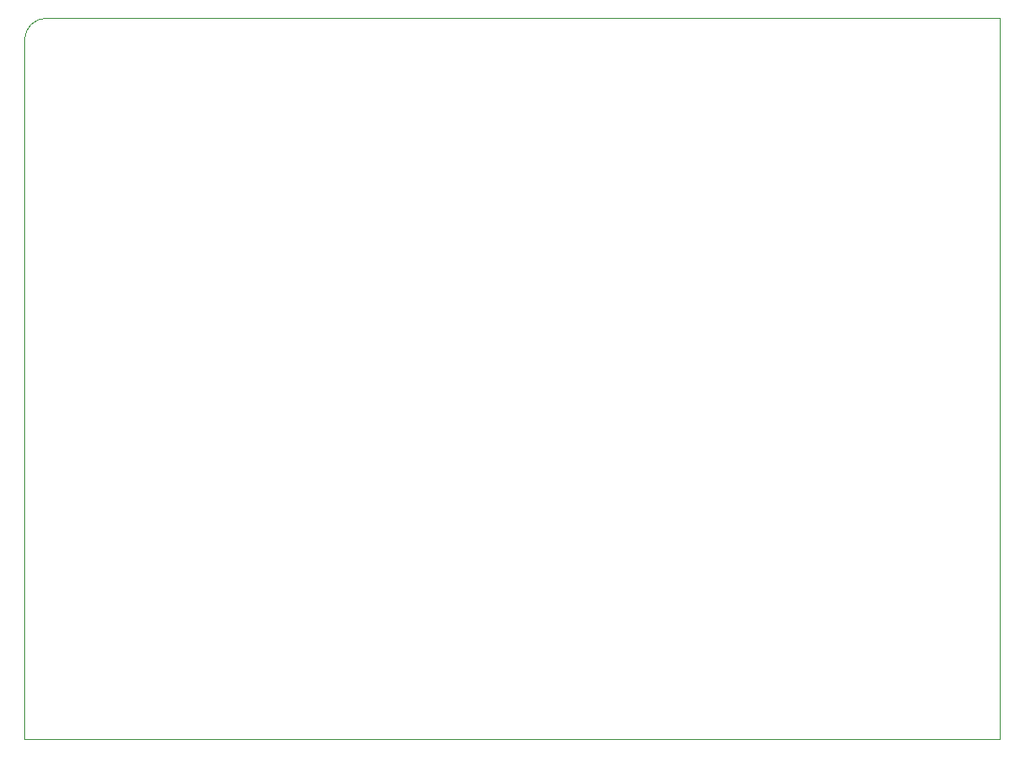
<source format=gm1>
%TF.GenerationSoftware,KiCad,Pcbnew,(5.1.7)-1*%
%TF.CreationDate,2022-07-20T13:46:15+08:00*%
%TF.ProjectId,phantom_v1,7068616e-746f-46d5-9f76-312e6b696361,rev?*%
%TF.SameCoordinates,Original*%
%TF.FileFunction,Profile,NP*%
%FSLAX46Y46*%
G04 Gerber Fmt 4.6, Leading zero omitted, Abs format (unit mm)*
G04 Created by KiCad (PCBNEW (5.1.7)-1) date 2022-07-20 13:46:15*
%MOMM*%
%LPD*%
G01*
G04 APERTURE LIST*
%TA.AperFunction,Profile*%
%ADD10C,0.050000*%
%TD*%
G04 APERTURE END LIST*
D10*
X1000000Y66000000D02*
G75*
G02*
X3000000Y68000000I2000000J0D01*
G01*
X93000000Y68000000D02*
X93000000Y0D01*
X1000000Y66000000D02*
X1000000Y0D01*
X93000000Y0D02*
X1000000Y0D01*
X3000000Y68000000D02*
X93000000Y68000000D01*
M02*

</source>
